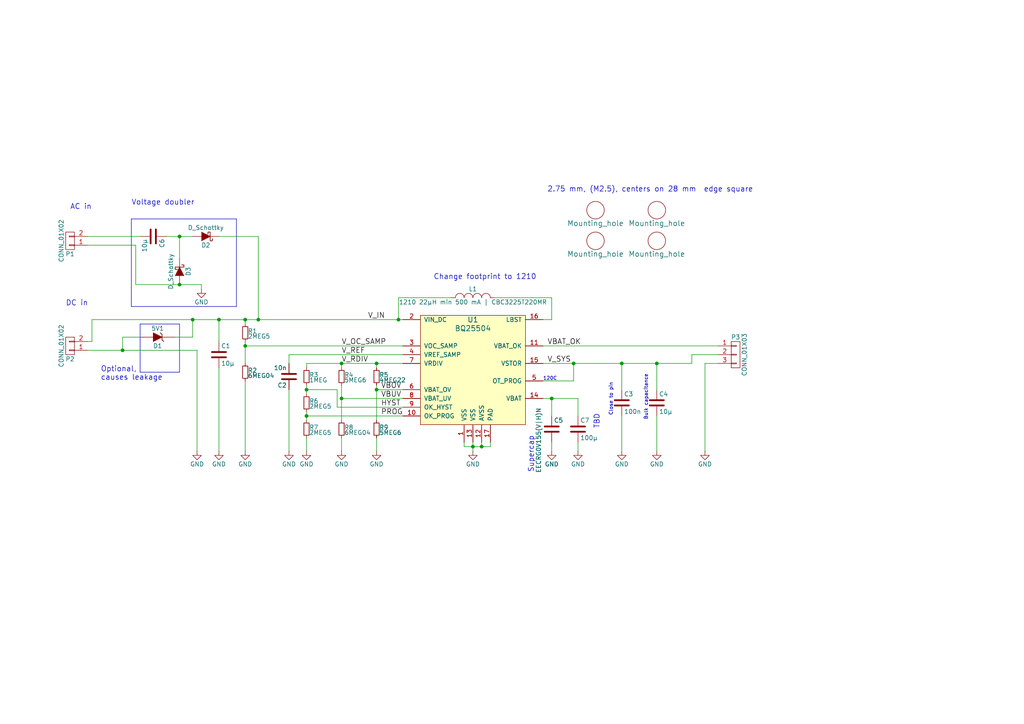
<source format=kicad_sch>
(kicad_sch (version 20230121) (generator eeschema)
  (paper "A4")
  (title_block (title "BQ25504 harvester board") (date "2015-10-27") (rev "0c8c7ee") (comment 1 "First proto version") (comment 2 "ojousima") (comment 3 "otso@ojousima.net"))
  (lib_symbols
    (symbol "bq25504-rescue:C" (pin_numbers hide) (pin_names (offset 0.254))
      (property "Reference" "C" (at 0.635 2.54 0))
      (property "Value" "C" (at 0.635 -2.54 0))
      (symbol "C_0_1"
        (polyline (pts (xy -2.032 -0.762) (xy 2.032 -0.762)) (stroke (width 0.508)))
        (polyline (pts (xy -2.032 0.762) (xy 2.032 0.762)) (stroke (width 0.508)))
      )
      (symbol "C_1_1"
        (pin passive line (at 0 3.81 270) (length 2.794) (name "~") (number "1"))
        (pin passive line (at 0 -3.81 90) (length 2.794) (name "~") (number "2"))
      )
    )
    (symbol "bq25504-rescue:CONN_01X02" (pin_names (offset 1.016) hide)
      (property "Reference" "P" (at 0 3.81 0))
      (property "Value" "CONN_01X02" (at 2.54 0 90))
      (symbol "CONN_01X02_0_1"
        (rectangle (start -1.27 -1.143) (end 0.254 -1.397))
        (rectangle (start -1.27 1.397) (end 0.254 1.143))
        (rectangle (start -1.27 2.54) (end 1.27 -2.54))
      )
      (symbol "CONN_01X02_1_1"
        (pin passive line (at -5.08 1.27 0) (length 3.81) (name "P1") (number "1"))
        (pin passive line (at -5.08 -1.27 0) (length 3.81) (name "P2") (number "2"))
      )
    )
    (symbol "bq25504-rescue:CONN_01X03" (pin_names (offset 1.016) hide)
      (property "Reference" "P" (at 0 5.08 0))
      (property "Value" "CONN_01X03" (at 2.54 0 90))
      (symbol "CONN_01X03_0_1"
        (rectangle (start -1.27 -2.413) (end 0.254 -2.667))
        (rectangle (start -1.27 0.127) (end 0.254 -0.127))
        (rectangle (start -1.27 2.667) (end 0.254 2.413))
        (rectangle (start -1.27 3.81) (end 1.27 -3.81))
      )
      (symbol "CONN_01X03_1_1"
        (pin passive line (at -5.08 2.54 0) (length 3.81) (name "P1") (number "1"))
        (pin passive line (at -5.08 0 0) (length 3.81) (name "P2") (number "2"))
        (pin passive line (at -5.08 -2.54 0) (length 3.81) (name "P3") (number "3"))
      )
    )
    (symbol "bq25504-rescue:D_Schottky" (pin_numbers hide) (pin_names (offset 1.016) hide)
      (property "Reference" "D" (at 0 2.54 0))
      (property "Value" "D_Schottky" (at 0 -2.54 0))
      (symbol "D_Schottky_0_1"
        (polyline (pts (xy 1.27 1.27) (xy -1.27 0) (xy 1.27 -1.27)) (fill (type outline)))
        (polyline (pts (xy -1.905 0.635) (xy -1.905 1.27) (xy -1.27 1.27) (xy -1.27 -1.27) (xy -0.635 -1.27) (xy -0.635 -0.635)) (stroke (width 0.2032)))
      )
      (symbol "D_Schottky_1_1"
        (pin passive line (at -3.81 0 0) (length 2.54) (name "K") (number "1"))
        (pin passive line (at 3.81 0 180) (length 2.54) (name "A") (number "2"))
      )
    )
    (symbol "bq25504-rescue:GND" (power) (pin_names (offset 0))
      (property "Value" "GND" (at 0 -3.81 0))
      (symbol "GND_0_1"
        (polyline (pts (xy 0 0) (xy 0 -1.27) (xy 1.27 -1.27) (xy 0 -2.54) (xy -1.27 -1.27) (xy 0 -1.27)))
      )
      (symbol "GND_1_1"
        (pin power_in line (at 0 0 270) (length 0) hide (name "GND") (number "1"))
      )
    )
    (symbol "bq25504-rescue:INDUCTOR_SMALL" (pin_numbers hide) (pin_names (offset 0) hide)
      (property "Reference" "L" (at 0 2.54 0))
      (property "Value" "INDUCTOR_SMALL" (at 0 -1.27 0))
      (symbol "INDUCTOR_SMALL_0_1"
        (arc (start -2.54 0) (mid -3.81 1.2645) (end -5.08 0))
        (arc (start 0 0) (mid -1.27 1.2645) (end -2.54 0))
        (arc (start 2.54 0) (mid 1.27 1.2645) (end 0 0))
        (arc (start 5.08 0) (mid 3.81 1.2645) (end 2.54 0))
      )
      (symbol "INDUCTOR_SMALL_1_1"
        (pin input line (at -6.35 0 0) (length 1.27) (name "1") (number "1"))
        (pin input line (at 6.35 0 180) (length 1.27) (name "2") (number "2"))
      )
    )
    (symbol "bq25504-rescue:R_Small" (pin_numbers hide) (pin_names (offset 0.254) hide)
      (property "Reference" "R" (at 0.762 0.508 0))
      (property "Value" "R_Small" (at 0.762 -1.016 0))
      (symbol "R_Small_0_1"
        (rectangle (start -0.762 1.778) (end 0.762 -1.778) (stroke (width 0.2032)))
      )
      (symbol "R_Small_1_1"
        (pin passive line (at 0 2.54 270) (length 0.762) (name "~") (number "1"))
        (pin passive line (at 0 -2.54 90) (length 0.762) (name "~") (number "2"))
      )
    )
    (symbol "bq25504-rescue:ZENER" (pin_numbers hide) (pin_names (offset 1.016) hide)
      (property "Reference" "D" (at 0 2.54 0))
      (property "Value" "ZENER" (at 0 -2.54 0))
      (symbol "ZENER_0_1"
        (polyline (pts (xy -1.778 1.27) (xy -1.27 0.762) (xy -1.27 -0.762) (xy -0.762 -1.27) (xy -0.762 -1.27)) (stroke (width 0.2032)))
        (polyline (pts (xy -1.27 0) (xy 1.27 1.27) (xy 1.27 -1.27) (xy -1.27 0) (xy -1.27 0)) (fill (type outline)))
      )
      (symbol "ZENER_1_1"
        (pin passive line (at -5.08 0 0) (length 3.81) (name "K") (number "1"))
        (pin passive line (at 5.08 0 180) (length 3.81) (name "A") (number "2"))
      )
    )
    (symbol "bq25504:BQ25504" (pin_names (offset 1.016))
      (property "Reference" "U" (at 0 20.32 0))
      (property "Value" "BQ25504" (at 0 17.78 0))
      (symbol "BQ25504_0_1"
        (rectangle (start -15.24 19.05) (end 15.24 -12.7) (fill (type background)))
      )
      (symbol "BQ25504_1_1"
        (pin power_in line (at -2.54 -17.78 90) (length 5.08) (name "VSS") (number "1"))
        (pin input line (at -20.32 -10.16 0) (length 5.08) (name "OK_PROG") (number "10"))
        (pin output line (at 20.32 10.16 180) (length 5.08) (name "VBAT_OK") (number "11"))
        (pin input line (at 2.54 -17.78 90) (length 5.08) (name "AVSS") (number "12"))
        (pin power_in line (at 0 -17.78 90) (length 5.08) (name "VSS") (number "13"))
        (pin bidirectional line (at 20.32 -5.08 180) (length 5.08) (name "VBAT") (number "14"))
        (pin output line (at 20.32 5.08 180) (length 5.08) (name "VSTOR") (number "15"))
        (pin input line (at 20.32 17.78 180) (length 5.08) (name "LBST") (number "16"))
        (pin passive line (at 5.08 -17.78 90) (length 5.08) (name "PAD") (number "17"))
        (pin power_in line (at -20.32 17.78 0) (length 5.08) (name "VIN_DC") (number "2"))
        (pin input line (at -20.32 10.16 0) (length 5.08) (name "VOC_SAMP") (number "3"))
        (pin input line (at -20.32 7.62 0) (length 5.08) (name "VREF_SAMP") (number "4"))
        (pin input line (at 20.32 0 180) (length 5.08) (name "OT_PROG") (number "5"))
        (pin input line (at -20.32 -2.54 0) (length 5.08) (name "VBAT_OV") (number "6"))
        (pin output line (at -20.32 5.08 0) (length 5.08) (name "VRDIV") (number "7"))
        (pin output line (at -20.32 -5.08 0) (length 5.08) (name "VBAT_UV") (number "8"))
        (pin input line (at -20.32 -7.62 0) (length 5.08) (name "OK_HYST") (number "9"))
      )
    )
    (symbol "mounting_hole:Mounting_hole" (pin_names (offset 1.016))
      (property "Value" "Mounting_hole" (at 0 -3.81 0))
      (symbol "Mounting_hole_0_1"
        (circle (center 0 0) (radius 2.54))
      )
    )
  )
  (junction (at 99.06 115.57))
  (junction (at 180.34 105.41))
  (junction (at 88.9 113.03))
  (junction (at 52.07 68.58))
  (junction (at 139.7 129.54))
  (junction (at 190.5 105.41))
  (junction (at 160.02 115.57))
  (junction (at 63.5 92.71))
  (junction (at 52.07 82.55))
  (junction (at 35.56 101.6))
  (junction (at 71.12 100.33))
  (junction (at 109.22 113.03))
  (junction (at 88.9 120.65))
  (junction (at 71.12 92.71))
  (junction (at 55.88 92.71))
  (junction (at 137.16 129.54))
  (junction (at 99.06 105.41))
  (junction (at 115.57 92.71))
  (junction (at 166.37 105.41))
  (junction (at 109.22 105.41))
  (junction (at 74.93 92.71))
  (polyline (pts (xy 40.64 107.95) (xy 40.64 93.98)))
  (wire (pts (xy 143.51 86.36) (xy 160.02 86.36)))
  (wire (pts (xy 137.16 128.27) (xy 137.16 129.54)))
  (wire (pts (xy 115.57 92.71) (xy 116.84 92.71)))
  (wire (pts (xy 200.66 102.87) (xy 200.66 105.41)))
  (wire (pts (xy 39.37 71.12) (xy 39.37 82.55)))
  (wire (pts (xy 109.22 105.41) (xy 116.84 105.41)))
  (wire (pts (xy 99.06 105.41) (xy 99.06 106.68)))
  (wire (pts (xy 160.02 86.36) (xy 160.02 92.71)))
  (wire (pts (xy 109.22 127) (xy 109.22 130.81)))
  (wire (pts (xy 88.9 120.65) (xy 88.9 121.92)))
  (wire (pts (xy 99.06 127) (xy 99.06 130.81)))
  (wire (pts (xy 58.42 82.55) (xy 58.42 83.82)))
  (wire (pts (xy 109.22 106.68) (xy 109.22 105.41)))
  (wire (pts (xy 71.12 110.49) (xy 71.12 130.81)))
  (wire (pts (xy 167.64 128.27) (xy 167.64 130.81)))
  (wire (pts (xy 157.48 110.49) (xy 166.37 110.49)))
  (wire (pts (xy 88.9 105.41) (xy 99.06 105.41)))
  (wire (pts (xy 109.22 113.03) (xy 109.22 121.92)))
  (polyline (pts (xy 68.58 88.9) (xy 38.1 88.9)))
  (wire (pts (xy 74.93 92.71) (xy 115.57 92.71)))
  (polyline (pts (xy 40.64 93.98) (xy 52.07 93.98)))
  (wire (pts (xy 204.47 105.41) (xy 204.47 130.81)))
  (wire (pts (xy 52.07 74.93) (xy 52.07 68.58)))
  (wire (pts (xy 63.5 92.71) (xy 63.5 99.06)))
  (wire (pts (xy 157.48 105.41) (xy 166.37 105.41)))
  (wire (pts (xy 180.34 105.41) (xy 190.5 105.41)))
  (wire (pts (xy 55.88 92.71) (xy 63.5 92.71)))
  (wire (pts (xy 160.02 115.57) (xy 160.02 120.65)))
  (wire (pts (xy 88.9 119.38) (xy 88.9 120.65)))
  (wire (pts (xy 139.7 129.54) (xy 142.24 129.54)))
  (wire (pts (xy 71.12 100.33) (xy 116.84 100.33)))
  (wire (pts (xy 26.67 92.71) (xy 55.88 92.71)))
  (wire (pts (xy 190.5 105.41) (xy 190.5 113.03)))
  (wire (pts (xy 52.07 82.55) (xy 58.42 82.55)))
  (wire (pts (xy 160.02 128.27) (xy 160.02 130.81)))
  (wire (pts (xy 115.57 86.36) (xy 115.57 92.71)))
  (wire (pts (xy 88.9 113.03) (xy 88.9 114.3)))
  (wire (pts (xy 109.22 111.76) (xy 109.22 113.03)))
  (wire (pts (xy 35.56 97.79) (xy 40.64 97.79)))
  (wire (pts (xy 25.4 99.06) (xy 26.67 99.06)))
  (wire (pts (xy 139.7 129.54) (xy 139.7 128.27)))
  (wire (pts (xy 157.48 100.33) (xy 208.28 100.33)))
  (wire (pts (xy 71.12 92.71) (xy 71.12 93.98)))
  (wire (pts (xy 160.02 92.71) (xy 157.48 92.71)))
  (wire (pts (xy 48.26 68.58) (xy 52.07 68.58)))
  (wire (pts (xy 180.34 113.03) (xy 180.34 105.41)))
  (wire (pts (xy 134.62 128.27) (xy 134.62 129.54)))
  (wire (pts (xy 71.12 99.06) (xy 71.12 100.33)))
  (wire (pts (xy 166.37 110.49) (xy 166.37 105.41)))
  (wire (pts (xy 130.81 86.36) (xy 115.57 86.36)))
  (wire (pts (xy 116.84 118.11) (xy 97.79 118.11)))
  (wire (pts (xy 167.64 115.57) (xy 167.64 120.65)))
  (wire (pts (xy 63.5 106.68) (xy 63.5 130.81)))
  (wire (pts (xy 57.15 101.6) (xy 57.15 130.81)))
  (wire (pts (xy 97.79 118.11) (xy 97.79 113.03)))
  (wire (pts (xy 55.88 97.79) (xy 55.88 92.71)))
  (polyline (pts (xy 52.07 107.95) (xy 40.64 107.95)))
  (wire (pts (xy 83.82 102.87) (xy 83.82 105.41)))
  (wire (pts (xy 97.79 113.03) (xy 88.9 113.03)))
  (wire (pts (xy 25.4 101.6) (xy 35.56 101.6)))
  (wire (pts (xy 116.84 102.87) (xy 83.82 102.87)))
  (wire (pts (xy 137.16 129.54) (xy 137.16 130.81)))
  (wire (pts (xy 39.37 82.55) (xy 52.07 82.55)))
  (wire (pts (xy 157.48 115.57) (xy 160.02 115.57)))
  (wire (pts (xy 208.28 102.87) (xy 200.66 102.87)))
  (wire (pts (xy 190.5 105.41) (xy 200.66 105.41)))
  (wire (pts (xy 116.84 113.03) (xy 109.22 113.03)))
  (wire (pts (xy 137.16 129.54) (xy 139.7 129.54)))
  (wire (pts (xy 35.56 101.6) (xy 57.15 101.6)))
  (wire (pts (xy 26.67 99.06) (xy 26.67 92.71)))
  (wire (pts (xy 99.06 111.76) (xy 99.06 115.57)))
  (wire (pts (xy 116.84 115.57) (xy 99.06 115.57)))
  (wire (pts (xy 160.02 115.57) (xy 167.64 115.57)))
  (wire (pts (xy 134.62 129.54) (xy 137.16 129.54)))
  (wire (pts (xy 88.9 111.76) (xy 88.9 113.03)))
  (wire (pts (xy 99.06 105.41) (xy 109.22 105.41)))
  (wire (pts (xy 83.82 113.03) (xy 83.82 130.81)))
  (wire (pts (xy 74.93 68.58) (xy 74.93 92.71)))
  (wire (pts (xy 88.9 105.41) (xy 88.9 106.68)))
  (wire (pts (xy 50.8 97.79) (xy 55.88 97.79)))
  (wire (pts (xy 35.56 97.79) (xy 35.56 101.6)))
  (wire (pts (xy 25.4 68.58) (xy 40.64 68.58)))
  (wire (pts (xy 52.07 68.58) (xy 55.88 68.58)))
  (wire (pts (xy 142.24 129.54) (xy 142.24 128.27)))
  (wire (pts (xy 88.9 127) (xy 88.9 130.81)))
  (polyline (pts (xy 38.1 88.9) (xy 38.1 63.5)))
  (wire (pts (xy 180.34 120.65) (xy 180.34 130.81)))
  (polyline (pts (xy 52.07 93.98) (xy 52.07 107.95)))
  (wire (pts (xy 71.12 100.33) (xy 71.12 105.41)))
  (wire (pts (xy 63.5 92.71) (xy 71.12 92.71)))
  (wire (pts (xy 116.84 120.65) (xy 88.9 120.65)))
  (polyline (pts (xy 38.1 63.5) (xy 68.58 63.5)))
  (wire (pts (xy 71.12 92.71) (xy 74.93 92.71)))
  (wire (pts (xy 25.4 71.12) (xy 39.37 71.12)))
  (wire (pts (xy 166.37 105.41) (xy 180.34 105.41)))
  (wire (pts (xy 63.5 68.58) (xy 74.93 68.58)))
  (wire (pts (xy 208.28 105.41) (xy 204.47 105.41)))
  (wire (pts (xy 190.5 120.65) (xy 190.5 130.81)))
  (polyline (pts (xy 68.58 63.5) (xy 68.58 88.9)))
  (wire (pts (xy 99.06 115.57) (xy 99.06 121.92)))
  (text "Voltage doubler" (at 38.1 59.69 0) (effects (font (size 1.524 1.524)) (justify left bottom)))
  (text "Close to pin" (at 177.8 120.65 90) (effects (font (size 1.016 1.016)) (justify left bottom)))
  (text "120C" (at 157.48 110.49 0) (effects (font (size 1.016 1.016)) (justify left bottom)))
  (text "Change footprint to 1210" (at 125.73 81.28 0) (effects (font (size 1.524 1.524)) (justify left bottom)))
  (text "Bulk capacitance" (at 187.96 121.92 90) (effects (font (size 1.016 1.016)) (justify left bottom)))
  (text "TBD" (at 173.99 124.46 90) (effects (font (size 1.524 1.524)) (justify left bottom)))
  (text "AC in" (at 20.32 60.96 0) (effects (font (size 1.524 1.524)) (justify left bottom)))
  (text "Supercap" (at 154.94 137.16 90) (effects (font (size 1.524 1.524)) (justify left bottom)))
  (text "2.75 mm, (M2.5), centers on 28 mm  edge square" (at 158.75 55.88 0) (effects (font (size 1.524 1.524)) (justify left bottom)))
  (text "DC in" (at 19.05 88.9 0) (effects (font (size 1.524 1.524)) (justify left bottom)))
  (text "Optional,\ncauses leakage" (at 29.21 110.49 0) (effects (font (size 1.524 1.524)) (justify left bottom)))
  (label "V_IN" (at 106.68 92.71 0) (effects (font (size 1.524 1.524))))
  (label "V_OC_SAMP" (at 99.06 100.33 0) (effects (font (size 1.524 1.524))))
  (label "VBOV" (at 110.49 113.03 0) (effects (font (size 1.524 1.524))))
  (label "V_REF" (at 99.06 102.87 0) (effects (font (size 1.524 1.524))))
  (label "VBUV" (at 110.49 115.57 0) (effects (font (size 1.524 1.524))))
  (label "PROG" (at 110.49 120.65 0) (effects (font (size 1.524 1.524))))
  (label "VBAT_OK" (at 158.75 100.33 0) (effects (font (size 1.524 1.524))))
  (label "V_RDIV" (at 99.06 105.41 0) (effects (font (size 1.524 1.524))))
  (label "V_SYS" (at 158.75 105.41 0) (effects (font (size 1.524 1.524))))
  (label "HYST" (at 110.49 118.11 0) (effects (font (size 1.524 1.524))))
  (symbol (lib_id "bq25504:BQ25504") (at 137.16 110.49 0) (unit 1)
    (property "Reference" "U1" (at 137.16 92.71 0) (effects (font (size 1.524 1.524))))
    (property "Value" "BQ25504" (at 137.16 95.25 0) (effects (font (size 1.524 1.524))))
    (property "Footprint" "footprints:QFN-16-1EP_3x3mm_Pitch0.5mm" (effects hide))
  )
  (symbol (lib_id "bq25504-rescue:INDUCTOR_SMALL") (at 137.16 86.36 0) (unit 1)
    (property "Reference" "L1" (at 137.16 83.82 0))
    (property "Value" "1210 22µH min 500 mA | CBC3225T220MR" (at 137.16 87.63 0))
    (property "Footprint" "footprints:SMD1206_A" (effects hide))
  )
  (symbol (lib_id "bq25504-rescue:C") (at 63.5 102.87 0) (unit 1)
    (property "Reference" "C1" (at 64.135 100.33 0) (effects (justify left)))
    (property "Value" "10µ" (at 64.135 105.41 0) (effects (justify left)))
    (property "Footprint" "footprints:SMD0603_A" (effects hide))
  )
  (symbol (lib_id "bq25504-rescue:R_Small") (at 71.12 96.52 0) (unit 1)
    (property "Reference" "R1" (at 71.882 96.012 0) (effects (justify left)))
    (property "Value" "2MEG5" (at 71.882 97.536 0) (effects (justify left)))
    (property "Footprint" "footprints:SMD0603_A" (effects hide))
  )
  (symbol (lib_id "bq25504-rescue:R_Small") (at 71.12 107.95 0) (unit 1)
    (property "Reference" "R2" (at 71.882 107.442 0) (effects (justify left)))
    (property "Value" "6MEG04" (at 71.882 108.966 0) (effects (justify left)))
    (property "Footprint" "footprints:SMD0603_A" (effects hide))
  )
  (symbol (lib_id "bq25504-rescue:R_Small") (at 88.9 109.22 0) (unit 1)
    (property "Reference" "R3" (at 89.662 108.712 0) (effects (justify left)))
    (property "Value" "1MEG" (at 89.662 110.236 0) (effects (justify left)))
    (property "Footprint" "footprints:SMD0603_A" (effects hide))
  )
  (symbol (lib_id "bq25504-rescue:R_Small") (at 99.06 109.22 0) (unit 1)
    (property "Reference" "R4" (at 99.822 108.712 0) (effects (justify left)))
    (property "Value" "5MEG6" (at 99.822 110.236 0) (effects (justify left)))
    (property "Footprint" "footprints:SMD0603_A" (effects hide))
  )
  (symbol (lib_id "bq25504-rescue:R_Small") (at 109.22 109.22 0) (unit 1)
    (property "Reference" "R5" (at 109.982 108.712 0) (effects (justify left)))
    (property "Value" "4MEG22" (at 109.982 110.236 0) (effects (justify left)))
    (property "Footprint" "footprints:SMD0603_A" (effects hide))
  )
  (symbol (lib_id "bq25504-rescue:R_Small") (at 109.22 124.46 0) (unit 1)
    (property "Reference" "R9" (at 109.982 123.952 0) (effects (justify left)))
    (property "Value" "5MEG6" (at 109.982 125.476 0) (effects (justify left)))
    (property "Footprint" "footprints:SMD0603_A" (effects hide))
  )
  (symbol (lib_id "bq25504-rescue:R_Small") (at 88.9 116.84 0) (unit 1)
    (property "Reference" "R6" (at 89.662 116.332 0) (effects (justify left)))
    (property "Value" "2MEG5" (at 89.662 117.856 0) (effects (justify left)))
    (property "Footprint" "footprints:SMD0603_A" (effects hide))
  )
  (symbol (lib_id "bq25504-rescue:R_Small") (at 88.9 124.46 0) (unit 1)
    (property "Reference" "R7" (at 89.662 123.952 0) (effects (justify left)))
    (property "Value" "2MEG5" (at 89.662 125.476 0) (effects (justify left)))
    (property "Footprint" "footprints:SMD0603_A" (effects hide))
  )
  (symbol (lib_id "bq25504-rescue:R_Small") (at 99.06 124.46 0) (unit 1)
    (property "Reference" "R8" (at 99.822 123.952 0) (effects (justify left)))
    (property "Value" "6MEG04" (at 99.822 125.476 0) (effects (justify left)))
    (property "Footprint" "footprints:SMD0603_A" (effects hide))
  )
  (symbol (lib_id "bq25504-rescue:C") (at 180.34 116.84 0) (unit 1)
    (property "Reference" "C3" (at 180.975 114.3 0) (effects (justify left)))
    (property "Value" "100n" (at 180.975 119.38 0) (effects (justify left)))
    (property "Footprint" "footprints:SMD0603_A" (effects hide))
  )
  (symbol (lib_id "bq25504-rescue:C") (at 190.5 116.84 0) (unit 1)
    (property "Reference" "C4" (at 191.135 114.3 0) (effects (justify left)))
    (property "Value" "10µ" (at 191.135 119.38 0) (effects (justify left)))
    (property "Footprint" "footprints:SMD0603_A" (effects hide))
  )
  (symbol (lib_id "bq25504-rescue:GND") (at 63.5 130.81 0) (unit 1)
    (property "Reference" "#PWR01" (effects hide))
    (property "Value" "GND" (at 63.5 134.62 0))
  )
  (symbol (lib_id "bq25504-rescue:GND") (at 71.12 130.81 0) (unit 1)
    (property "Reference" "#PWR02" (effects hide))
    (property "Value" "GND" (at 71.12 134.62 0))
  )
  (symbol (lib_id "bq25504-rescue:GND") (at 88.9 130.81 0) (unit 1)
    (property "Reference" "#PWR03" (effects hide))
    (property "Value" "GND" (at 88.9 134.62 0))
  )
  (symbol (lib_id "bq25504-rescue:GND") (at 99.06 130.81 0) (unit 1)
    (property "Reference" "#PWR04" (effects hide))
    (property "Value" "GND" (at 99.06 134.62 0))
  )
  (symbol (lib_id "bq25504-rescue:GND") (at 109.22 130.81 0) (unit 1)
    (property "Reference" "#PWR05" (effects hide))
    (property "Value" "GND" (at 109.22 134.62 0))
  )
  (symbol (lib_id "bq25504-rescue:GND") (at 137.16 130.81 0) (unit 1)
    (property "Reference" "#PWR06" (effects hide))
    (property "Value" "GND" (at 137.16 134.62 0))
  )
  (symbol (lib_id "bq25504-rescue:GND") (at 180.34 130.81 0) (unit 1)
    (property "Reference" "#PWR07" (effects hide))
    (property "Value" "GND" (at 180.34 134.62 0))
  )
  (symbol (lib_id "bq25504-rescue:GND") (at 190.5 130.81 0) (unit 1)
    (property "Reference" "#PWR08" (effects hide))
    (property "Value" "GND" (at 190.5 134.62 0))
  )
  (symbol (lib_id "bq25504-rescue:C") (at 83.82 109.22 180) (unit 1)
    (property "Reference" "C2" (at 83.185 111.76 0) (effects (justify left)))
    (property "Value" "10n" (at 83.185 106.68 0) (effects (justify left)))
    (property "Footprint" "footprints:SMD0603_A" (effects hide))
  )
  (symbol (lib_id "bq25504-rescue:GND") (at 83.82 130.81 0) (unit 1)
    (property "Reference" "#PWR09" (effects hide))
    (property "Value" "GND" (at 83.82 134.62 0))
  )
  (symbol (lib_id "bq25504-rescue:C") (at 160.02 124.46 0) (unit 1)
    (property "Reference" "C5" (at 160.655 121.92 0) (effects (justify left)))
    (property "Value" "EECRG0V155(V|H)N" (at 156.21 137.16 90) (effects (justify left)))
    (property "Footprint" "footprints:EECRG0V155HN" (effects hide))
  )
  (symbol (lib_id "bq25504-rescue:GND") (at 160.02 130.81 0) (unit 1)
    (property "Reference" "#PWR010" (effects hide))
    (property "Value" "GND" (at 160.02 134.62 0))
  )
  (symbol (lib_id "bq25504-rescue:CONN_01X02") (at 20.32 100.33 180) (unit 1)
    (property "Reference" "P2" (at 20.32 104.14 0))
    (property "Value" "CONN_01X02" (at 17.78 100.33 90))
    (property "Footprint" "footprints:Pin_Header_Straight_1x02" (effects hide))
  )
  (symbol (lib_id "bq25504-rescue:GND") (at 57.15 130.81 0) (unit 1)
    (property "Reference" "#PWR011" (effects hide))
    (property "Value" "GND" (at 57.15 134.62 0))
  )
  (symbol (lib_id "bq25504-rescue:CONN_01X02") (at 20.32 69.85 180) (unit 1)
    (property "Reference" "P1" (at 20.32 73.66 0))
    (property "Value" "CONN_01X02" (at 17.78 69.85 90))
    (property "Footprint" "footprints:Pin_Header_Straight_1x02" (effects hide))
  )
  (symbol (lib_id "bq25504-rescue:CONN_01X03") (at 213.36 102.87 0) (unit 1)
    (property "Reference" "P3" (at 213.36 97.79 0))
    (property "Value" "CONN_01X03" (at 215.9 102.87 90))
    (property "Footprint" "footprints:Pin_Header_Straight_1x05" (effects hide))
  )
  (symbol (lib_id "bq25504-rescue:GND") (at 204.47 130.81 0) (unit 1)
    (property "Reference" "#PWR012" (effects hide))
    (property "Value" "GND" (at 204.47 134.62 0))
  )
  (symbol (lib_id "mounting_hole:Mounting_hole") (at 172.72 60.96 0) (unit 1)
    (property "Reference" "NC1" (effects hide))
    (property "Value" "Mounting_hole" (at 172.72 64.77 0) (effects (font (size 1.524 1.524))))
    (property "Footprint" "footprints:m2.5_mechanical_npth_mount" (effects hide))
  )
  (symbol (lib_id "mounting_hole:Mounting_hole") (at 190.5 60.96 0) (unit 1)
    (property "Reference" "NC3" (effects hide))
    (property "Value" "Mounting_hole" (at 190.5 64.77 0) (effects (font (size 1.524 1.524))))
    (property "Footprint" "footprints:m2.5_mechanical_npth_mount" (effects hide))
  )
  (symbol (lib_id "mounting_hole:Mounting_hole") (at 172.72 69.85 0) (unit 1)
    (property "Reference" "NC2" (effects hide))
    (property "Value" "Mounting_hole" (at 172.72 73.66 0) (effects (font (size 1.524 1.524))))
    (property "Footprint" "footprints:m2.5_mechanical_npth_mount" (effects hide))
  )
  (symbol (lib_id "mounting_hole:Mounting_hole") (at 190.5 69.85 0) (unit 1)
    (property "Reference" "NC4" (effects hide))
    (property "Value" "Mounting_hole" (at 190.5 73.66 0) (effects (font (size 1.524 1.524))))
    (property "Footprint" "footprints:m2.5_mechanical_npth_mount" (effects hide))
  )
  (symbol (lib_id "bq25504-rescue:D_Schottky") (at 59.69 68.58 180) (unit 1)
    (property "Reference" "D2" (at 59.69 71.12 0))
    (property "Value" "D_Schottky" (at 59.69 66.04 0))
    (property "Footprint" "footprints:SOD-323-A" (effects hide))
  )
  (symbol (lib_id "bq25504-rescue:C") (at 44.45 68.58 270) (unit 1)
    (property "Reference" "C6" (at 46.99 69.215 0) (effects (justify left)))
    (property "Value" "10µ" (at 41.91 69.215 0) (effects (justify left)))
    (property "Footprint" "footprints:SMD0603_A" (effects hide))
  )
  (symbol (lib_id "bq25504-rescue:D_Schottky") (at 52.07 78.74 270) (unit 1)
    (property "Reference" "D3" (at 54.61 78.74 0))
    (property "Value" "D_Schottky" (at 49.53 78.74 0))
    (property "Footprint" "footprints:SOD-323-A" (effects hide))
  )
  (symbol (lib_id "bq25504-rescue:GND") (at 58.42 83.82 0) (unit 1)
    (property "Reference" "#PWR013" (effects hide))
    (property "Value" "GND" (at 58.42 87.63 0))
  )
  (symbol (lib_id "bq25504-rescue:ZENER") (at 45.72 97.79 180) (unit 1)
    (property "Reference" "D1" (at 45.72 100.33 0))
    (property "Value" "5V1" (at 45.72 95.25 0))
  )
  (symbol (lib_id "bq25504-rescue:C") (at 167.64 124.46 0) (unit 1)
    (property "Reference" "C7" (at 168.275 121.92 0) (effects (justify left)))
    (property "Value" "100µ" (at 168.275 127 0) (effects (justify left)))
  )
  (symbol (lib_id "bq25504-rescue:GND") (at 167.64 130.81 0) (unit 1)
    (property "Reference" "#PWR014" (effects hide))
    (property "Value" "GND" (at 167.64 134.62 0))
  )
)
</source>
